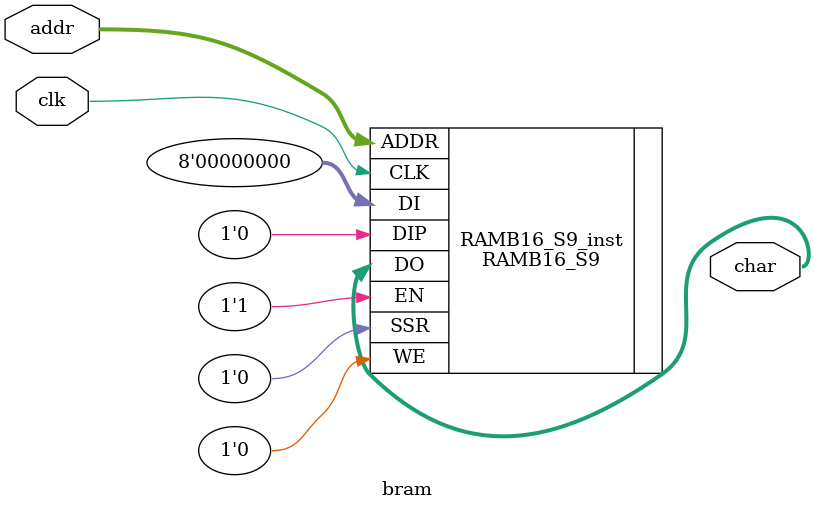
<source format=v>
module bram(clk,addr,char);

input clk;
input[0:10] addr;
output [7:0] char;

   // RAMB16_S9: 2k x 8 + 1 Parity bit Single-Port RAM
   //            Spartan-3E
   // Xilinx HDL Language Template, version 14.7

   RAMB16_S9 #(
      .INIT(9'h000),  // Value of output RAM registers at startup
      .SRVAL(9'h000), // Output value upon SSR assertion
      .WRITE_MODE("WRITE_FIRST"), // WRITE_FIRST, READ_FIRST or NO_CHANGE

      // The forllowing INIT_xx declarations specify the initial contents of the RAM
      // Address 0 to 511
      .INIT_00(256'h00_00_00_00_00_00_00_00_00_00_00_00_00_00_00_00_50_4F_4E_4D_4C_4B_4A_49_48_47_46_45_44_43_42_41),
      .INIT_01(256'h00_00_00_00_00_00_00_20_FF_6F_6E_6D_6C_6B_6A_69_68_67_66_65_64_63_62_61_00_00_00_00_00_00_00_00),
      .INIT_02(256'h00_00_00_00_00_00_00_00_00_00_00_00_00_00_00_00_00_00_00_00_00_00_00_00_00_00_00_00_00_00_00_00),
      .INIT_03(256'h00_00_00_00_00_00_00_00_00_00_00_00_00_00_00_00_00_00_00_00_00_00_00_00_00_00_00_00_00_00_00_00),
      .INIT_04(256'h00_00_00_00_00_00_00_00_00_00_00_00_00_00_00_00_00_00_00_00_00_00_00_00_00_00_00_00_00_00_00_00),
      .INIT_05(256'h00_00_00_00_00_00_00_00_00_00_00_00_00_00_00_00_00_00_00_00_00_00_00_00_00_00_00_00_00_00_00_00),
      .INIT_06(256'h00_00_00_00_00_00_00_00_00_00_00_00_00_00_00_00_00_00_00_00_00_00_00_00_00_00_00_00_00_00_00_00),
      .INIT_07(256'h00_00_00_00_00_00_00_00_00_00_00_00_00_00_00_00_00_00_00_00_00_00_00_00_00_00_00_00_00_00_00_00),
      .INIT_08(256'h00_00_00_00_00_00_00_00_00_00_00_00_00_00_00_00_00_00_00_00_00_00_00_00_00_00_00_00_00_00_00_00),
      .INIT_09(256'h00_00_00_00_00_00_00_00_00_00_00_00_00_00_00_00_00_00_00_00_00_00_00_00_00_00_00_00_00_00_00_00),
      .INIT_0A(256'h00_00_00_00_00_00_00_00_00_00_00_00_00_00_00_00_00_00_00_00_00_00_00_00_00_00_00_00_00_00_00_00),
      .INIT_0B(256'h00_00_00_00_00_00_00_00_00_00_00_00_00_00_00_00_00_00_00_00_00_00_00_00_00_00_00_00_00_00_00_00),
      .INIT_0C(256'h00_00_00_00_00_00_00_00_00_00_00_00_00_00_00_00_00_00_00_00_00_00_00_00_00_00_00_00_00_00_00_00),
      .INIT_0D(256'h00_00_00_00_00_00_00_00_00_00_00_00_00_00_00_00_00_00_00_00_00_00_00_00_00_00_00_00_00_00_00_00),
      .INIT_0E(256'h00_00_00_00_00_00_00_00_00_00_00_00_00_00_00_00_00_00_00_00_00_00_00_00_00_00_00_00_00_00_00_00),
      .INIT_0F(256'h00_00_00_00_00_00_00_00_00_00_00_00_00_00_00_00_00_00_00_00_00_00_00_00_00_00_00_00_00_00_00_00),
      // Address 512 to 1023
      .INIT_10(256'h00_00_00_00_00_00_00_00_00_00_00_00_00_00_00_00_00_00_00_00_00_00_00_00_00_00_00_00_00_00_00_00),
      .INIT_11(256'h00_00_00_00_00_00_00_00_00_00_00_00_00_00_00_00_00_00_00_00_00_00_00_00_00_00_00_00_00_00_00_00),
      .INIT_12(256'h00_00_00_00_00_00_00_00_00_00_00_00_00_00_00_00_00_00_00_00_00_00_00_00_00_00_00_00_00_00_00_00),
      .INIT_13(256'h00_00_00_00_00_00_00_00_00_00_00_00_00_00_00_00_00_00_00_00_00_00_00_00_00_00_00_00_00_00_00_00),
      .INIT_14(256'h00_00_00_00_00_00_00_00_00_00_00_00_00_00_00_00_00_00_00_00_00_00_00_00_00_00_00_00_00_00_00_00),
      .INIT_15(256'h00_00_00_00_00_00_00_00_00_00_00_00_00_00_00_00_00_00_00_00_00_00_00_00_00_00_00_00_00_00_00_00),
      .INIT_16(256'h00_00_00_00_00_00_00_00_00_00_00_00_00_00_00_00_00_00_00_00_00_00_00_00_00_00_00_00_00_00_00_00),
      .INIT_17(256'h00_00_00_00_00_00_00_00_00_00_00_00_00_00_00_00_00_00_00_00_00_00_00_00_00_00_00_00_00_00_00_00),
      .INIT_18(256'h00_00_00_00_00_00_00_00_00_00_00_00_00_00_00_00_00_00_00_00_00_00_00_00_00_00_00_00_00_00_00_00),
      .INIT_19(256'h00_00_00_00_00_00_00_00_00_00_00_00_00_00_00_00_00_00_00_00_00_00_00_00_00_00_00_00_00_00_00_00),
      .INIT_1A(256'h00_00_00_00_00_00_00_00_00_00_00_00_00_00_00_00_00_00_00_00_00_00_00_00_00_00_00_00_00_00_00_00),
      .INIT_1B(256'h00_00_00_00_00_00_00_00_00_00_00_00_00_00_00_00_00_00_00_00_00_00_00_00_00_00_00_00_00_00_00_00),
      .INIT_1C(256'h00_00_00_00_00_00_00_00_00_00_00_00_00_00_00_00_00_00_00_00_00_00_00_00_00_00_00_00_00_00_00_00),
      .INIT_1D(256'h00_00_00_00_00_00_00_00_00_00_00_00_00_00_00_00_00_00_00_00_00_00_00_00_00_00_00_00_00_00_00_00),
      .INIT_1E(256'h00_00_00_00_00_00_00_00_00_00_00_00_00_00_00_00_00_00_00_00_00_00_00_00_00_00_00_00_00_00_00_00),
      .INIT_1F(256'h00_00_00_00_00_00_00_00_00_00_00_00_00_00_00_00_00_00_00_00_00_00_00_00_00_00_00_00_00_00_00_00),
      // Address 1024 to 1535
      .INIT_20(256'h00_00_00_00_00_00_00_00_00_00_00_00_00_00_00_00_00_00_00_00_00_00_00_00_00_00_00_00_00_00_00_00),
      .INIT_21(256'h00_00_00_00_00_00_00_00_00_00_00_00_00_00_00_00_00_00_00_00_00_00_00_00_00_00_00_00_00_00_00_00),
      .INIT_22(256'h00_00_00_00_00_00_00_00_00_00_00_00_00_00_00_00_00_00_00_00_00_00_00_00_00_00_00_00_00_00_00_00),
      .INIT_23(256'h00_00_00_00_00_00_00_00_00_00_00_00_00_00_00_00_00_00_00_00_00_00_00_00_00_00_00_00_00_00_00_00),
      .INIT_24(256'h00_00_00_00_00_00_00_00_00_00_00_00_00_00_00_00_00_00_00_00_00_00_00_00_00_00_00_00_00_00_00_00),
      .INIT_25(256'h00_00_00_00_00_00_00_00_00_00_00_00_00_00_00_00_00_00_00_00_00_00_00_00_00_00_00_00_00_00_00_00),
      .INIT_26(256'h00_00_00_00_00_00_00_00_00_00_00_00_00_00_00_00_00_00_00_00_00_00_00_00_00_00_00_00_00_00_00_00),
      .INIT_27(256'h00_00_00_00_00_00_00_00_00_00_00_00_00_00_00_00_00_00_00_00_00_00_00_00_00_00_00_00_00_00_00_00),
      .INIT_28(256'h00_00_00_00_00_00_00_00_00_00_00_00_00_00_00_00_00_00_00_00_00_00_00_00_00_00_00_00_00_00_00_00),
      .INIT_29(256'h00_00_00_00_00_00_00_00_00_00_00_00_00_00_00_00_00_00_00_00_00_00_00_00_00_00_00_00_00_00_00_00),
      .INIT_2A(256'h00_00_00_00_00_00_00_00_00_00_00_00_00_00_00_00_00_00_00_00_00_00_00_00_00_00_00_00_00_00_00_00),
      .INIT_2B(256'h00_00_00_00_00_00_00_00_00_00_00_00_00_00_00_00_00_00_00_00_00_00_00_00_00_00_00_00_00_00_00_00),
      .INIT_2C(256'h00_00_00_00_00_00_00_00_00_00_00_00_00_00_00_00_00_00_00_00_00_00_00_00_00_00_00_00_00_00_00_00),
      .INIT_2D(256'h00_00_00_00_00_00_00_00_00_00_00_00_00_00_00_00_00_00_00_00_00_00_00_00_00_00_00_00_00_00_00_00),
      .INIT_2E(256'h00_00_00_00_00_00_00_00_00_00_00_00_00_00_00_00_00_00_00_00_00_00_00_00_00_00_00_00_00_00_00_00),
      .INIT_2F(256'h00_00_00_00_00_00_00_00_00_00_00_00_00_00_00_00_00_00_00_00_00_00_00_00_00_00_00_00_00_00_00_00),
      // Address 1536 to 2047
      .INIT_30(256'h00_00_00_00_00_00_00_00_00_00_00_00_00_00_00_00_00_00_00_00_00_00_00_00_00_00_00_00_00_00_00_00),
      .INIT_31(256'h00_00_00_00_00_00_00_00_00_00_00_00_00_00_00_00_00_00_00_00_00_00_00_00_00_00_00_00_00_00_00_00),
      .INIT_32(256'h00_00_00_00_00_00_00_00_00_00_00_00_00_00_00_00_00_00_00_00_00_00_00_00_00_00_00_00_00_00_00_00),
      .INIT_33(256'h00_00_00_00_00_00_00_00_00_00_00_00_00_00_00_00_00_00_00_00_00_00_00_00_00_00_00_00_00_00_00_00),
      .INIT_34(256'h00_00_00_00_00_00_00_00_00_00_00_00_00_00_00_00_00_00_00_00_00_00_00_00_00_00_00_00_00_00_00_00),
      .INIT_35(256'h00_00_00_00_00_00_00_00_00_00_00_00_00_00_00_00_00_00_00_00_00_00_00_00_00_00_00_00_00_00_00_00),
      .INIT_36(256'h00_00_00_00_00_00_00_00_00_00_00_00_00_00_00_00_00_00_00_00_00_00_00_00_00_00_00_00_00_00_00_00),
      .INIT_37(256'h00_00_00_00_00_00_00_00_00_00_00_00_00_00_00_00_00_00_00_00_00_00_00_00_00_00_00_00_00_00_00_00),
      .INIT_38(256'h00_00_00_00_00_00_00_00_00_00_00_00_00_00_00_00_00_00_00_00_00_00_00_00_00_00_00_00_00_00_00_00),
      .INIT_39(256'h00_00_00_00_00_00_00_00_00_00_00_00_00_00_00_00_00_00_00_00_00_00_00_00_00_00_00_00_00_00_00_00),
      .INIT_3A(256'h00_00_00_00_00_00_00_00_00_00_00_00_00_00_00_00_00_00_00_00_00_00_00_00_00_00_00_00_00_00_00_00),
      .INIT_3B(256'h00_00_00_00_00_00_00_00_00_00_00_00_00_00_00_00_00_00_00_00_00_00_00_00_00_00_00_00_00_00_00_00),
      .INIT_3C(256'h00_00_00_00_00_00_00_00_00_00_00_00_00_00_00_00_00_00_00_00_00_00_00_00_00_00_00_00_00_00_00_00),
      .INIT_3D(256'h00_00_00_00_00_00_00_00_00_00_00_00_00_00_00_00_00_00_00_00_00_00_00_00_00_00_00_00_00_00_00_00),
      .INIT_3E(256'h00_00_00_00_00_00_00_00_00_00_00_00_00_00_00_00_00_00_00_00_00_00_00_00_00_00_00_00_00_00_00_00),
      .INIT_3F(256'h00_00_00_00_00_00_00_00_00_00_00_00_00_00_00_00_00_00_00_00_00_00_00_00_00_00_00_00_00_00_00_00),

      // The next set of INITP_xx are for the parity bits
      // Address 0 to 511
      .INITP_00(256'h0000000000000000000000000000000000000000000000000000000000000000),
      .INITP_01(256'h0000000000000000000000000000000000000000000000000000000000000000),
      // Address 512 to 1023
      .INITP_02(256'h0000000000000000000000000000000000000000000000000000000000000000),
      .INITP_03(256'h0000000000000000000000000000000000000000000000000000000000000000),
      // Address 1024 to 1535
      .INITP_04(256'h0000000000000000000000000000000000000000000000000000000000000000),
      .INITP_05(256'h0000000000000000000000000000000000000000000000000000000000000000),
      // Address 1536 to 2047
      .INITP_06(256'h0000000000000000000000000000000000000000000000000000000000000000),
      .INITP_07(256'h0000000000000000000000000000000000000000000000000000000000000000)
   ) RAMB16_S9_inst (
      .DO(char),      // 8-bit Data Output
      //.DOP(parity_output),    // 1-bit parity Output
      .ADDR(addr),  // 11-bit Address Input
      .CLK(clk),    // Clock
      .DI(8'b0),      // 8-bit Data Input
      .DIP(1'b0),    // 1-bit parity Input
      .EN(1'b1),      // RAM Enable Input
      .SSR(1'b0),    // Synchronous Set/Reset Input
      .WE(1'b0)       // Write Enable Input
   );
endmodule
</source>
